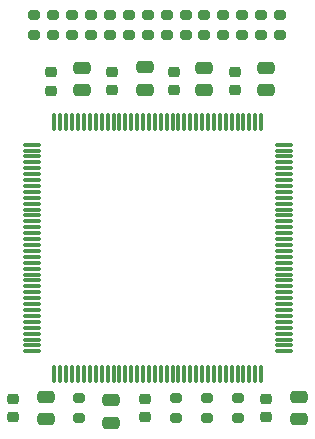
<source format=gbr>
%TF.GenerationSoftware,KiCad,Pcbnew,9.0.3*%
%TF.CreationDate,2025-12-13T00:06:23+05:30*%
%TF.ProjectId,vga,7667612e-6b69-4636-9164-5f7063625858,rev?*%
%TF.SameCoordinates,Original*%
%TF.FileFunction,Paste,Top*%
%TF.FilePolarity,Positive*%
%FSLAX46Y46*%
G04 Gerber Fmt 4.6, Leading zero omitted, Abs format (unit mm)*
G04 Created by KiCad (PCBNEW 9.0.3) date 2025-12-13 00:06:23*
%MOMM*%
%LPD*%
G01*
G04 APERTURE LIST*
G04 Aperture macros list*
%AMRoundRect*
0 Rectangle with rounded corners*
0 $1 Rounding radius*
0 $2 $3 $4 $5 $6 $7 $8 $9 X,Y pos of 4 corners*
0 Add a 4 corners polygon primitive as box body*
4,1,4,$2,$3,$4,$5,$6,$7,$8,$9,$2,$3,0*
0 Add four circle primitives for the rounded corners*
1,1,$1+$1,$2,$3*
1,1,$1+$1,$4,$5*
1,1,$1+$1,$6,$7*
1,1,$1+$1,$8,$9*
0 Add four rect primitives between the rounded corners*
20,1,$1+$1,$2,$3,$4,$5,0*
20,1,$1+$1,$4,$5,$6,$7,0*
20,1,$1+$1,$6,$7,$8,$9,0*
20,1,$1+$1,$8,$9,$2,$3,0*%
G04 Aperture macros list end*
%ADD10RoundRect,0.200000X0.275000X-0.200000X0.275000X0.200000X-0.275000X0.200000X-0.275000X-0.200000X0*%
%ADD11RoundRect,0.225000X0.250000X-0.225000X0.250000X0.225000X-0.250000X0.225000X-0.250000X-0.225000X0*%
%ADD12RoundRect,0.200000X-0.275000X0.200000X-0.275000X-0.200000X0.275000X-0.200000X0.275000X0.200000X0*%
%ADD13RoundRect,0.250000X0.475000X-0.250000X0.475000X0.250000X-0.475000X0.250000X-0.475000X-0.250000X0*%
%ADD14RoundRect,0.250000X-0.475000X0.250000X-0.475000X-0.250000X0.475000X-0.250000X0.475000X0.250000X0*%
%ADD15RoundRect,0.225000X-0.250000X0.225000X-0.250000X-0.225000X0.250000X-0.225000X0.250000X0.225000X0*%
%ADD16RoundRect,0.075000X-0.662500X-0.075000X0.662500X-0.075000X0.662500X0.075000X-0.662500X0.075000X0*%
%ADD17RoundRect,0.075000X-0.075000X-0.662500X0.075000X-0.662500X0.075000X0.662500X-0.075000X0.662500X0*%
G04 APERTURE END LIST*
D10*
%TO.C,R_R2*%
X89620000Y-56990000D03*
X89620000Y-55340000D03*
%TD*%
%TO.C,R3*%
X100020000Y-89415000D03*
X100020000Y-87765000D03*
%TD*%
%TO.C,R1*%
X105220000Y-89415000D03*
X105220000Y-87765000D03*
%TD*%
%TO.C,R_G2*%
X96020000Y-56990000D03*
X96020000Y-55340000D03*
%TD*%
D11*
%TO.C,C2*%
X89420000Y-61740000D03*
X89420000Y-60190000D03*
%TD*%
D12*
%TO.C,R6*%
X107220000Y-55340000D03*
X107220000Y-56990000D03*
%TD*%
D13*
%TO.C,C4*%
X92020000Y-61690000D03*
X92020000Y-59790000D03*
%TD*%
D11*
%TO.C,C3*%
X86220000Y-89390000D03*
X86220000Y-87840000D03*
%TD*%
D10*
%TO.C,R_G3*%
X94420000Y-56990000D03*
X94420000Y-55340000D03*
%TD*%
%TO.C,R_B2*%
X102420000Y-56990000D03*
X102420000Y-55340000D03*
%TD*%
D14*
%TO.C,C9*%
X107620000Y-59790000D03*
X107620000Y-61690000D03*
%TD*%
D10*
%TO.C,R_R1*%
X91220000Y-56990000D03*
X91220000Y-55340000D03*
%TD*%
%TO.C,R2*%
X102620000Y-89415000D03*
X102620000Y-87765000D03*
%TD*%
D15*
%TO.C,C8*%
X94620000Y-60140000D03*
X94620000Y-61690000D03*
%TD*%
D11*
%TO.C,C10*%
X105020000Y-61715000D03*
X105020000Y-60165000D03*
%TD*%
D12*
%TO.C,R4*%
X91820000Y-87765000D03*
X91820000Y-89415000D03*
%TD*%
D14*
%TO.C,C7*%
X97420000Y-59740000D03*
X97420000Y-61640000D03*
%TD*%
D15*
%TO.C,C12*%
X99820000Y-60140000D03*
X99820000Y-61690000D03*
%TD*%
D14*
%TO.C,C5*%
X89020000Y-87640000D03*
X89020000Y-89540000D03*
%TD*%
D16*
%TO.C,U1*%
X87807500Y-66302500D03*
X87807500Y-66802500D03*
X87807500Y-67302500D03*
X87807500Y-67802500D03*
X87807500Y-68302500D03*
X87807500Y-68802500D03*
X87807500Y-69302500D03*
X87807500Y-69802500D03*
X87807500Y-70302500D03*
X87807500Y-70802500D03*
X87807500Y-71302500D03*
X87807500Y-71802500D03*
X87807500Y-72302500D03*
X87807500Y-72802500D03*
X87807500Y-73302500D03*
X87807500Y-73802500D03*
X87807500Y-74302500D03*
X87807500Y-74802500D03*
X87807500Y-75302500D03*
X87807500Y-75802500D03*
X87807500Y-76302500D03*
X87807500Y-76802500D03*
X87807500Y-77302500D03*
X87807500Y-77802500D03*
X87807500Y-78302500D03*
X87807500Y-78802500D03*
X87807500Y-79302500D03*
X87807500Y-79802500D03*
X87807500Y-80302500D03*
X87807500Y-80802500D03*
X87807500Y-81302500D03*
X87807500Y-81802500D03*
X87807500Y-82302500D03*
X87807500Y-82802500D03*
X87807500Y-83302500D03*
X87807500Y-83802500D03*
D17*
X89720000Y-85715000D03*
X90220000Y-85715000D03*
X90720000Y-85715000D03*
X91220000Y-85715000D03*
X91720000Y-85715000D03*
X92220000Y-85715000D03*
X92720000Y-85715000D03*
X93220000Y-85715000D03*
X93720000Y-85715000D03*
X94220000Y-85715000D03*
X94720000Y-85715000D03*
X95220000Y-85715000D03*
X95720000Y-85715000D03*
X96220000Y-85715000D03*
X96720000Y-85715000D03*
X97220000Y-85715000D03*
X97720000Y-85715000D03*
X98220000Y-85715000D03*
X98720000Y-85715000D03*
X99220000Y-85715000D03*
X99720000Y-85715000D03*
X100220000Y-85715000D03*
X100720000Y-85715000D03*
X101220000Y-85715000D03*
X101720000Y-85715000D03*
X102220000Y-85715000D03*
X102720000Y-85715000D03*
X103220000Y-85715000D03*
X103720000Y-85715000D03*
X104220000Y-85715000D03*
X104720000Y-85715000D03*
X105220000Y-85715000D03*
X105720000Y-85715000D03*
X106220000Y-85715000D03*
X106720000Y-85715000D03*
X107220000Y-85715000D03*
D16*
X109132500Y-83802500D03*
X109132500Y-83302500D03*
X109132500Y-82802500D03*
X109132500Y-82302500D03*
X109132500Y-81802500D03*
X109132500Y-81302500D03*
X109132500Y-80802500D03*
X109132500Y-80302500D03*
X109132500Y-79802500D03*
X109132500Y-79302500D03*
X109132500Y-78802500D03*
X109132500Y-78302500D03*
X109132500Y-77802500D03*
X109132500Y-77302500D03*
X109132500Y-76802500D03*
X109132500Y-76302500D03*
X109132500Y-75802500D03*
X109132500Y-75302500D03*
X109132500Y-74802500D03*
X109132500Y-74302500D03*
X109132500Y-73802500D03*
X109132500Y-73302500D03*
X109132500Y-72802500D03*
X109132500Y-72302500D03*
X109132500Y-71802500D03*
X109132500Y-71302500D03*
X109132500Y-70802500D03*
X109132500Y-70302500D03*
X109132500Y-69802500D03*
X109132500Y-69302500D03*
X109132500Y-68802500D03*
X109132500Y-68302500D03*
X109132500Y-67802500D03*
X109132500Y-67302500D03*
X109132500Y-66802500D03*
X109132500Y-66302500D03*
D17*
X107220000Y-64390000D03*
X106720000Y-64390000D03*
X106220000Y-64390000D03*
X105720000Y-64390000D03*
X105220000Y-64390000D03*
X104720000Y-64390000D03*
X104220000Y-64390000D03*
X103720000Y-64390000D03*
X103220000Y-64390000D03*
X102720000Y-64390000D03*
X102220000Y-64390000D03*
X101720000Y-64390000D03*
X101220000Y-64390000D03*
X100720000Y-64390000D03*
X100220000Y-64390000D03*
X99720000Y-64390000D03*
X99220000Y-64390000D03*
X98720000Y-64390000D03*
X98220000Y-64390000D03*
X97720000Y-64390000D03*
X97220000Y-64390000D03*
X96720000Y-64390000D03*
X96220000Y-64390000D03*
X95720000Y-64390000D03*
X95220000Y-64390000D03*
X94720000Y-64390000D03*
X94220000Y-64390000D03*
X93720000Y-64390000D03*
X93220000Y-64390000D03*
X92720000Y-64390000D03*
X92220000Y-64390000D03*
X91720000Y-64390000D03*
X91220000Y-64390000D03*
X90720000Y-64390000D03*
X90220000Y-64390000D03*
X89720000Y-64390000D03*
%TD*%
D10*
%TO.C,R_R0*%
X92820000Y-56990000D03*
X92820000Y-55340000D03*
%TD*%
%TO.C,R_B3*%
X100820000Y-56990000D03*
X100820000Y-55340000D03*
%TD*%
D14*
%TO.C,C11*%
X102420000Y-59790000D03*
X102420000Y-61690000D03*
%TD*%
D15*
%TO.C,C6*%
X107620000Y-87840000D03*
X107620000Y-89390000D03*
%TD*%
D10*
%TO.C,R_B0*%
X105620000Y-56990000D03*
X105620000Y-55340000D03*
%TD*%
D15*
%TO.C,C14*%
X97420000Y-87815000D03*
X97420000Y-89365000D03*
%TD*%
D14*
%TO.C,C13*%
X94520000Y-87940000D03*
X94520000Y-89840000D03*
%TD*%
D10*
%TO.C,R_G1*%
X97620000Y-56990000D03*
X97620000Y-55340000D03*
%TD*%
D14*
%TO.C,C1*%
X110420000Y-87640000D03*
X110420000Y-89540000D03*
%TD*%
D10*
%TO.C,R_G0*%
X99220000Y-56990000D03*
X99220000Y-55340000D03*
%TD*%
%TO.C,R_R3*%
X88020000Y-56990000D03*
X88020000Y-55340000D03*
%TD*%
%TO.C,R_B1*%
X104020000Y-56990000D03*
X104020000Y-55340000D03*
%TD*%
D12*
%TO.C,R5*%
X108820000Y-55340000D03*
X108820000Y-56990000D03*
%TD*%
M02*

</source>
